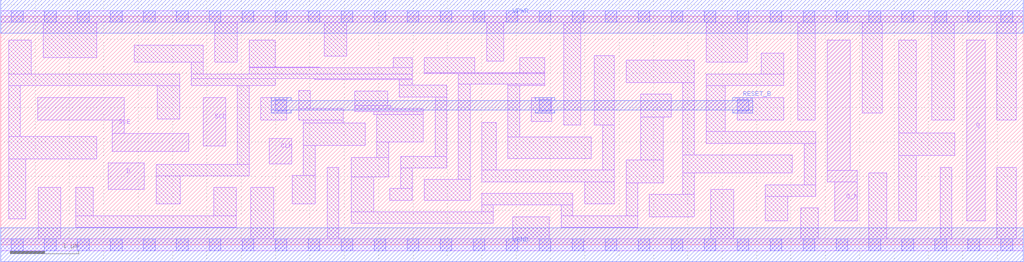
<source format=lef>
# Copyright 2020 The SkyWater PDK Authors
#
# Licensed under the Apache License, Version 2.0 (the "License");
# you may not use this file except in compliance with the License.
# You may obtain a copy of the License at
#
#     https://www.apache.org/licenses/LICENSE-2.0
#
# Unless required by applicable law or agreed to in writing, software
# distributed under the License is distributed on an "AS IS" BASIS,
# WITHOUT WARRANTIES OR CONDITIONS OF ANY KIND, either express or implied.
# See the License for the specific language governing permissions and
# limitations under the License.
#
# SPDX-License-Identifier: Apache-2.0

VERSION 5.7 ;
  NAMESCASESENSITIVE ON ;
  NOWIREEXTENSIONATPIN ON ;
  DIVIDERCHAR "/" ;
  BUSBITCHARS "[]" ;
UNITS
  DATABASE MICRONS 200 ;
END UNITS
MACRO sky130_fd_sc_ls__sdfrbp_2
  CLASS CORE ;
  SOURCE USER ;
  FOREIGN sky130_fd_sc_ls__sdfrbp_2 ;
  ORIGIN  0.000000  0.000000 ;
  SIZE  14.88000 BY  3.330000 ;
  SYMMETRY X Y R90 ;
  SITE unit ;
  PIN D
    ANTENNAGATEAREA  0.159000 ;
    DIRECTION INPUT ;
    USE SIGNAL ;
    PORT
      LAYER li1 ;
        RECT 1.565000 0.810000 2.090000 1.190000 ;
    END
  END D
  PIN Q
    ANTENNADIFFAREA  0.543200 ;
    DIRECTION OUTPUT ;
    USE SIGNAL ;
    PORT
      LAYER li1 ;
        RECT 14.055000 0.350000 14.325000 2.980000 ;
    END
  END Q
  PIN Q_N
    ANTENNADIFFAREA  0.543200 ;
    DIRECTION OUTPUT ;
    USE SIGNAL ;
    PORT
      LAYER li1 ;
        RECT 12.030000 0.915000 12.465000 1.085000 ;
        RECT 12.030000 1.085000 12.360000 2.980000 ;
        RECT 12.135000 0.350000 12.465000 0.915000 ;
    END
  END Q_N
  PIN RESET_B
    ANTENNAGATEAREA  0.411000 ;
    DIRECTION INPUT ;
    USE SIGNAL ;
    PORT
      LAYER met1 ;
        RECT  3.935000 1.920000  4.225000 1.965000 ;
        RECT  3.935000 1.965000 10.945000 2.105000 ;
        RECT  3.935000 2.105000  4.225000 2.150000 ;
        RECT  7.775000 1.920000  8.065000 1.965000 ;
        RECT  7.775000 2.105000  8.065000 2.150000 ;
        RECT 10.655000 1.920000 10.945000 1.965000 ;
        RECT 10.655000 2.105000 10.945000 2.150000 ;
    END
  END RESET_B
  PIN SCD
    ANTENNAGATEAREA  0.159000 ;
    DIRECTION INPUT ;
    USE SIGNAL ;
    PORT
      LAYER li1 ;
        RECT 2.945000 1.440000 3.275000 2.150000 ;
    END
  END SCD
  PIN SCE
    ANTENNAGATEAREA  0.318000 ;
    DIRECTION INPUT ;
    USE SIGNAL ;
    PORT
      LAYER li1 ;
        RECT 0.540000 1.820000 1.795000 2.150000 ;
        RECT 1.625000 1.360000 2.735000 1.620000 ;
        RECT 1.625000 1.620000 1.795000 1.820000 ;
    END
  END SCE
  PIN CLK
    ANTENNAGATEAREA  0.261000 ;
    DIRECTION INPUT ;
    USE CLOCK ;
    PORT
      LAYER li1 ;
        RECT 3.905000 1.180000 4.235000 1.550000 ;
    END
  END CLK
  PIN VGND
    DIRECTION INOUT ;
    SHAPE ABUTMENT ;
    USE GROUND ;
    PORT
      LAYER met1 ;
        RECT 0.000000 -0.245000 14.880000 0.245000 ;
    END
  END VGND
  PIN VPWR
    DIRECTION INOUT ;
    SHAPE ABUTMENT ;
    USE POWER ;
    PORT
      LAYER met1 ;
        RECT 0.000000 3.085000 14.880000 3.575000 ;
    END
  END VPWR
  OBS
    LAYER li1 ;
      RECT  0.000000 -0.085000 14.880000 0.085000 ;
      RECT  0.000000  3.245000 14.880000 3.415000 ;
      RECT  0.115000  0.375000  0.365000 1.250000 ;
      RECT  0.115000  1.250000  1.395000 1.580000 ;
      RECT  0.115000  1.580000  0.285000 2.320000 ;
      RECT  0.115000  2.320000  2.605000 2.490000 ;
      RECT  0.115000  2.490000  0.445000 2.980000 ;
      RECT  0.545000  0.085000  0.875000 0.835000 ;
      RECT  0.615000  2.730000  1.400000 3.245000 ;
      RECT  1.095000  0.255000  3.430000 0.425000 ;
      RECT  1.095000  0.425000  1.345000 0.835000 ;
      RECT  1.940000  2.660000  2.945000 2.910000 ;
      RECT  2.260000  0.595000  2.610000 1.005000 ;
      RECT  2.260000  1.005000  3.615000 1.175000 ;
      RECT  2.275000  1.830000  2.605000 2.320000 ;
      RECT  2.775000  2.320000  3.995000 2.420000 ;
      RECT  2.775000  2.420000  5.985000 2.490000 ;
      RECT  2.775000  2.490000  2.945000 2.660000 ;
      RECT  3.100000  0.425000  3.430000 0.835000 ;
      RECT  3.115000  2.660000  3.445000 3.245000 ;
      RECT  3.445000  1.175000  3.615000 2.320000 ;
      RECT  3.615000  2.490000  5.985000 2.580000 ;
      RECT  3.615000  2.580000  4.645000 2.590000 ;
      RECT  3.615000  2.590000  3.995000 2.980000 ;
      RECT  3.640000  0.085000  3.970000 0.835000 ;
      RECT  3.785000  1.820000  4.165000 2.150000 ;
      RECT  4.240000  0.595000  4.575000 1.010000 ;
      RECT  4.335000  1.820000  4.985000 1.990000 ;
      RECT  4.335000  1.990000  4.505000 2.250000 ;
      RECT  4.405000  1.010000  4.575000 1.445000 ;
      RECT  4.405000  1.445000  5.305000 1.775000 ;
      RECT  4.405000  1.775000  4.985000 1.820000 ;
      RECT  4.570000  2.410000  5.985000 2.420000 ;
      RECT  4.705000  2.750000  5.035000 3.245000 ;
      RECT  4.750000  0.085000  4.920000 1.130000 ;
      RECT  5.100000  0.310000  7.170000 0.480000 ;
      RECT  5.100000  0.480000  5.430000 0.990000 ;
      RECT  5.100000  0.990000  5.645000 1.275000 ;
      RECT  5.155000  1.945000  6.150000 1.985000 ;
      RECT  5.155000  1.985000  5.675000 2.030000 ;
      RECT  5.155000  2.030000  5.630000 2.240000 ;
      RECT  5.430000  1.900000  6.150000 1.945000 ;
      RECT  5.475000  1.275000  5.645000 1.500000 ;
      RECT  5.475000  1.500000  6.150000 1.900000 ;
      RECT  5.660000  0.650000  5.990000 0.820000 ;
      RECT  5.710000  2.580000  5.985000 2.725000 ;
      RECT  5.800000  2.155000  6.490000 2.325000 ;
      RECT  5.800000  2.325000  5.985000 2.410000 ;
      RECT  5.820000  0.820000  5.990000 1.120000 ;
      RECT  5.820000  1.120000  6.490000 1.290000 ;
      RECT  6.160000  0.650000  6.830000 0.950000 ;
      RECT  6.160000  2.495000  7.915000 2.510000 ;
      RECT  6.160000  2.510000  6.900000 2.725000 ;
      RECT  6.320000  1.290000  6.490000 2.155000 ;
      RECT  6.660000  0.950000  6.830000 2.340000 ;
      RECT  6.660000  2.340000  7.915000 2.495000 ;
      RECT  7.000000  0.480000  7.170000 0.580000 ;
      RECT  7.000000  0.580000  8.325000 0.750000 ;
      RECT  7.000000  0.920000  8.930000 1.090000 ;
      RECT  7.000000  1.090000  7.210000 1.780000 ;
      RECT  7.070000  2.680000  7.320000 3.245000 ;
      RECT  7.380000  1.260000  8.590000 1.575000 ;
      RECT  7.380000  1.575000  7.550000 2.320000 ;
      RECT  7.380000  2.320000  7.915000 2.340000 ;
      RECT  7.450000  0.085000  7.985000 0.410000 ;
      RECT  7.550000  2.510000  7.915000 2.725000 ;
      RECT  7.720000  1.795000  8.020000 2.150000 ;
      RECT  8.155000  0.255000  9.270000 0.425000 ;
      RECT  8.155000  0.425000  8.325000 0.580000 ;
      RECT  8.190000  1.745000  8.440000 3.245000 ;
      RECT  8.495000  0.595000  8.930000 0.920000 ;
      RECT  8.640000  1.745000  8.930000 2.755000 ;
      RECT  8.760000  1.090000  8.930000 1.745000 ;
      RECT  9.100000  0.425000  9.270000 0.905000 ;
      RECT  9.100000  0.905000  9.640000 1.235000 ;
      RECT  9.100000  2.365000 10.095000 2.695000 ;
      RECT  9.310000  1.235000  9.640000 1.865000 ;
      RECT  9.310000  1.865000  9.755000 2.195000 ;
      RECT  9.440000  0.405000 10.095000 0.735000 ;
      RECT  9.925000  0.735000 10.095000 1.045000 ;
      RECT  9.925000  1.045000 11.520000 1.310000 ;
      RECT  9.925000  1.310000 10.095000 2.365000 ;
      RECT 10.265000  1.480000 11.860000 1.650000 ;
      RECT 10.265000  1.650000 10.545000 2.320000 ;
      RECT 10.265000  2.320000 11.395000 2.490000 ;
      RECT 10.265000  2.660000 10.860000 3.245000 ;
      RECT 10.335000  0.085000 10.665000 0.810000 ;
      RECT 10.715000  1.820000 11.395000 2.150000 ;
      RECT 11.065000  2.490000 11.395000 2.795000 ;
      RECT 11.125000  0.350000 11.455000 0.705000 ;
      RECT 11.125000  0.705000 11.860000 0.875000 ;
      RECT 11.600000  1.820000 11.850000 3.245000 ;
      RECT 11.645000  0.085000 11.895000 0.535000 ;
      RECT 11.690000  0.875000 11.860000 1.480000 ;
      RECT 12.540000  1.920000 12.830000 3.245000 ;
      RECT 12.635000  0.085000 12.895000 1.050000 ;
      RECT 13.065000  0.350000 13.325000 1.300000 ;
      RECT 13.065000  1.300000 13.885000 1.630000 ;
      RECT 13.065000  1.630000 13.325000 2.980000 ;
      RECT 13.545000  1.820000 13.875000 3.245000 ;
      RECT 13.670000  0.085000 13.840000 1.130000 ;
      RECT 14.495000  0.085000 14.780000 1.130000 ;
      RECT 14.495000  1.820000 14.775000 3.245000 ;
    LAYER mcon ;
      RECT  0.155000 -0.085000  0.325000 0.085000 ;
      RECT  0.155000  3.245000  0.325000 3.415000 ;
      RECT  0.635000 -0.085000  0.805000 0.085000 ;
      RECT  0.635000  3.245000  0.805000 3.415000 ;
      RECT  1.115000 -0.085000  1.285000 0.085000 ;
      RECT  1.115000  3.245000  1.285000 3.415000 ;
      RECT  1.595000 -0.085000  1.765000 0.085000 ;
      RECT  1.595000  3.245000  1.765000 3.415000 ;
      RECT  2.075000 -0.085000  2.245000 0.085000 ;
      RECT  2.075000  3.245000  2.245000 3.415000 ;
      RECT  2.555000 -0.085000  2.725000 0.085000 ;
      RECT  2.555000  3.245000  2.725000 3.415000 ;
      RECT  3.035000 -0.085000  3.205000 0.085000 ;
      RECT  3.035000  3.245000  3.205000 3.415000 ;
      RECT  3.515000 -0.085000  3.685000 0.085000 ;
      RECT  3.515000  3.245000  3.685000 3.415000 ;
      RECT  3.995000 -0.085000  4.165000 0.085000 ;
      RECT  3.995000  1.950000  4.165000 2.120000 ;
      RECT  3.995000  3.245000  4.165000 3.415000 ;
      RECT  4.475000 -0.085000  4.645000 0.085000 ;
      RECT  4.475000  3.245000  4.645000 3.415000 ;
      RECT  4.955000 -0.085000  5.125000 0.085000 ;
      RECT  4.955000  3.245000  5.125000 3.415000 ;
      RECT  5.435000 -0.085000  5.605000 0.085000 ;
      RECT  5.435000  3.245000  5.605000 3.415000 ;
      RECT  5.915000 -0.085000  6.085000 0.085000 ;
      RECT  5.915000  3.245000  6.085000 3.415000 ;
      RECT  6.395000 -0.085000  6.565000 0.085000 ;
      RECT  6.395000  3.245000  6.565000 3.415000 ;
      RECT  6.875000 -0.085000  7.045000 0.085000 ;
      RECT  6.875000  3.245000  7.045000 3.415000 ;
      RECT  7.355000 -0.085000  7.525000 0.085000 ;
      RECT  7.355000  3.245000  7.525000 3.415000 ;
      RECT  7.835000 -0.085000  8.005000 0.085000 ;
      RECT  7.835000  1.950000  8.005000 2.120000 ;
      RECT  7.835000  3.245000  8.005000 3.415000 ;
      RECT  8.315000 -0.085000  8.485000 0.085000 ;
      RECT  8.315000  3.245000  8.485000 3.415000 ;
      RECT  8.795000 -0.085000  8.965000 0.085000 ;
      RECT  8.795000  3.245000  8.965000 3.415000 ;
      RECT  9.275000 -0.085000  9.445000 0.085000 ;
      RECT  9.275000  3.245000  9.445000 3.415000 ;
      RECT  9.755000 -0.085000  9.925000 0.085000 ;
      RECT  9.755000  3.245000  9.925000 3.415000 ;
      RECT 10.235000 -0.085000 10.405000 0.085000 ;
      RECT 10.235000  3.245000 10.405000 3.415000 ;
      RECT 10.715000 -0.085000 10.885000 0.085000 ;
      RECT 10.715000  1.950000 10.885000 2.120000 ;
      RECT 10.715000  3.245000 10.885000 3.415000 ;
      RECT 11.195000 -0.085000 11.365000 0.085000 ;
      RECT 11.195000  3.245000 11.365000 3.415000 ;
      RECT 11.675000 -0.085000 11.845000 0.085000 ;
      RECT 11.675000  3.245000 11.845000 3.415000 ;
      RECT 12.155000 -0.085000 12.325000 0.085000 ;
      RECT 12.155000  3.245000 12.325000 3.415000 ;
      RECT 12.635000 -0.085000 12.805000 0.085000 ;
      RECT 12.635000  3.245000 12.805000 3.415000 ;
      RECT 13.115000 -0.085000 13.285000 0.085000 ;
      RECT 13.115000  3.245000 13.285000 3.415000 ;
      RECT 13.595000 -0.085000 13.765000 0.085000 ;
      RECT 13.595000  3.245000 13.765000 3.415000 ;
      RECT 14.075000 -0.085000 14.245000 0.085000 ;
      RECT 14.075000  3.245000 14.245000 3.415000 ;
      RECT 14.555000 -0.085000 14.725000 0.085000 ;
      RECT 14.555000  3.245000 14.725000 3.415000 ;
  END
END sky130_fd_sc_ls__sdfrbp_2

</source>
